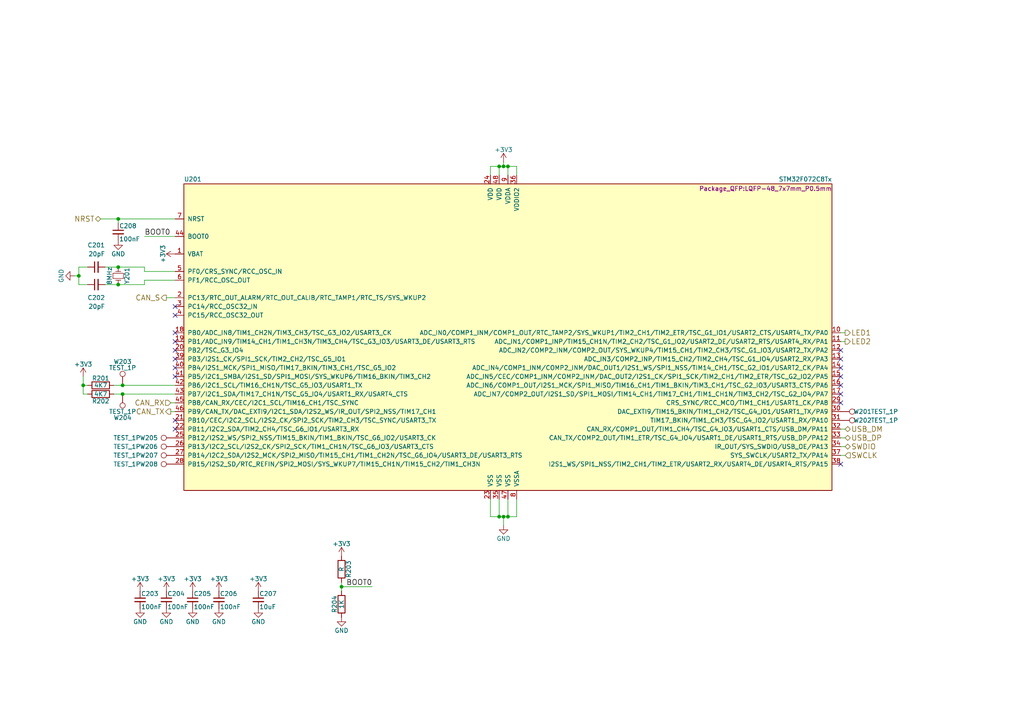
<source format=kicad_sch>
(kicad_sch (version 20250114) (generator "eeschema") (generator_version "9.0")
  (paper "A4")
  (lib_symbols
    (symbol "+3.3V_1" (power) (pin_names (offset 0))
      (property "Value" "+3.3V" (at 0 3.556 0))
      (symbol "+3.3V_1_1_1"
        (pin power_in line (at 0 0 90) (length 0) (hide yes) (name "+3V3") (number "1"))
      )
    )
    (symbol "+3.3V_10" (power) (pin_names (offset 0))
      (property "Value" "+3.3V" (at 0 3.556 0))
      (symbol "+3.3V_10_1_1"
        (pin power_in line (at 0 0 90) (length 0) (hide yes) (name "+3V3") (number "1"))
      )
    )
    (symbol "+3.3V_11" (power) (pin_names (offset 0))
      (property "Value" "+3.3V" (at 0 3.556 0))
      (symbol "+3.3V_11_1_1"
        (pin power_in line (at 0 0 90) (length 0) (hide yes) (name "+3V3") (number "1"))
      )
    )
    (symbol "+3.3V_12" (power) (pin_names (offset 0))
      (property "Value" "+3.3V" (at 0 3.556 0))
      (symbol "+3.3V_12_1_1"
        (pin power_in line (at 0 0 90) (length 0) (hide yes) (name "+3V3") (number "1"))
      )
    )
    (symbol "+3.3V_13" (power) (pin_names (offset 0))
      (property "Value" "+3.3V" (at 0 3.556 0))
      (symbol "+3.3V_13_1_1"
        (pin power_in line (at 0 0 90) (length 0) (hide yes) (name "+3V3") (number "1"))
      )
    )
    (symbol "+3.3V_14" (power) (pin_names (offset 0))
      (property "Value" "+3.3V" (at 0 3.556 0))
      (symbol "+3.3V_14_1_1"
        (pin power_in line (at 0 0 90) (length 0) (hide yes) (name "+3V3") (number "1"))
      )
    )
    (symbol "+3.3V_15" (power) (pin_names (offset 0))
      (property "Value" "+3.3V" (at 0 3.556 0))
      (symbol "+3.3V_15_1_1"
        (pin power_in line (at 0 0 90) (length 0) (hide yes) (name "+3V3") (number "1"))
      )
    )
    (symbol "+3.3V_16" (power) (pin_names (offset 0))
      (property "Value" "+3.3V" (at 0 3.556 0))
      (symbol "+3.3V_16_1_1"
        (pin power_in line (at 0 0 90) (length 0) (hide yes) (name "+3V3") (number "1"))
      )
    )
    (symbol "+3.3V_2" (power) (pin_names (offset 0))
      (property "Value" "+3.3V" (at 0 3.556 0))
      (symbol "+3.3V_2_1_1"
        (pin power_in line (at 0 0 90) (length 0) (hide yes) (name "+3V3") (number "1"))
      )
    )
    (symbol "+3.3V_3" (power) (pin_names (offset 0))
      (property "Value" "+3.3V" (at 0 3.556 0))
      (symbol "+3.3V_3_1_1"
        (pin power_in line (at 0 0 90) (length 0) (hide yes) (name "+3V3") (number "1"))
      )
    )
    (symbol "+3.3V_4" (power) (pin_names (offset 0))
      (property "Value" "+3.3V" (at 0 3.556 0))
      (symbol "+3.3V_4_1_1"
        (pin power_in line (at 0 0 90) (length 0) (hide yes) (name "+3V3") (number "1"))
      )
    )
    (symbol "+3.3V_5" (power) (pin_names (offset 0))
      (property "Value" "+3.3V" (at 0 3.556 0))
      (symbol "+3.3V_5_1_1"
        (pin power_in line (at 0 0 90) (length 0) (hide yes) (name "+3V3") (number "1"))
      )
    )
    (symbol "+3.3V_6" (power) (pin_names (offset 0))
      (property "Value" "+3.3V" (at 0 3.556 0))
      (symbol "+3.3V_6_1_1"
        (pin power_in line (at 0 0 90) (length 0) (hide yes) (name "+3V3") (number "1"))
      )
    )
    (symbol "+3.3V_7" (power) (pin_names (offset 0))
      (property "Value" "+3.3V" (at 0 3.556 0))
      (symbol "+3.3V_7_1_1"
        (pin power_in line (at 0 0 90) (length 0) (hide yes) (name "+3V3") (number "1"))
      )
    )
    (symbol "+3.3V_8" (power) (pin_names (offset 0))
      (property "Value" "+3.3V" (at 0 3.556 0))
      (symbol "+3.3V_8_1_1"
        (pin power_in line (at 0 0 90) (length 0) (hide yes) (name "+3V3") (number "1"))
      )
    )
    (symbol "+3.3V_9" (power) (pin_names (offset 0))
      (property "Value" "+3.3V" (at 0 3.556 0))
      (symbol "+3.3V_9_1_1"
        (pin power_in line (at 0 0 90) (length 0) (hide yes) (name "+3V3") (number "1"))
      )
    )
    (symbol "+3V3_1" (power) (pin_names (offset 0))
      (property "Value" "+3V3" (at 0 3.556 0))
      (symbol "+3V3_1_1_1"
        (pin power_in line (at 0 0 90) (length 0) (hide yes) (name "+3V3") (number "1"))
      )
    )
    (symbol "+3V3_2" (power) (pin_names (offset 0))
      (property "Value" "+3V3" (at 0 3.556 0))
      (symbol "+3V3_2_1_1"
        (pin power_in line (at 0 0 90) (length 0) (hide yes) (name "+3V3") (number "1"))
      )
    )
    (symbol "C_Small_1" (pin_numbers (hide yes)) (pin_names (offset 0.254) (hide yes))
      (property "Reference" "C" (at 0.254 1.778 0))
      (property "Value" "C_Small" (at 0.254 -2.032 0))
      (symbol "C_Small_1_1_1"
        (pin passive line (at 0 2.54 270) (length 1.905) (name "~") (number "1"))
        (pin passive line (at 0 -2.54 90) (length 2.032) (name "~") (number "2"))
      )
    )
    (symbol "C_Small_10" (pin_numbers (hide yes)) (pin_names (offset 0.254) (hide yes))
      (property "Reference" "C" (at 0.254 1.778 0))
      (property "Value" "C_Small" (at 0.254 -2.032 0))
      (symbol "C_Small_10_1_1"
        (pin passive line (at 0 2.54 270) (length 1.905) (name "~") (number "1"))
        (pin passive line (at 0 -2.54 90) (length 2.032) (name "~") (number "2"))
      )
    )
    (symbol "C_Small_11" (pin_numbers (hide yes)) (pin_names (offset 0.254) (hide yes))
      (property "Reference" "C" (at 0.254 1.778 0))
      (property "Value" "C_Small" (at 0.254 -2.032 0))
      (symbol "C_Small_11_1_1"
        (pin passive line (at 0 2.54 270) (length 1.905) (name "~") (number "1"))
        (pin passive line (at 0 -2.54 90) (length 2.032) (name "~") (number "2"))
      )
    )
    (symbol "C_Small_12" (pin_numbers (hide yes)) (pin_names (offset 0.254) (hide yes))
      (property "Reference" "C" (at 0.254 1.778 0))
      (property "Value" "C_Small" (at 0.254 -2.032 0))
      (symbol "C_Small_12_1_1"
        (pin passive line (at 0 2.54 270) (length 1.905) (name "~") (number "1"))
        (pin passive line (at 0 -2.54 90) (length 2.032) (name "~") (number "2"))
      )
    )
    (symbol "C_Small_13" (pin_numbers (hide yes)) (pin_names (offset 0.254) (hide yes))
      (property "Reference" "C" (at 0.254 1.778 0))
      (property "Value" "C_Small" (at 0.254 -2.032 0))
      (symbol "C_Small_13_1_1"
        (pin passive line (at 0 2.54 270) (length 1.905) (name "~") (number "1"))
        (pin passive line (at 0 -2.54 90) (length 2.032) (name "~") (number "2"))
      )
    )
    (symbol "C_Small_14" (pin_numbers (hide yes)) (pin_names (offset 0.254) (hide yes))
      (property "Reference" "C" (at 0.254 1.778 0))
      (property "Value" "C_Small" (at 0.254 -2.032 0))
      (symbol "C_Small_14_1_1"
        (pin passive line (at 0 2.54 270) (length 1.905) (name "~") (number "1"))
        (pin passive line (at 0 -2.54 90) (length 2.032) (name "~") (number "2"))
      )
    )
    (symbol "C_Small_15" (pin_numbers (hide yes)) (pin_names (offset 0.254) (hide yes))
      (property "Reference" "C" (at 0.254 1.778 0))
      (property "Value" "C_Small" (at 0.254 -2.032 0))
      (symbol "C_Small_15_1_1"
        (pin passive line (at 0 2.54 270) (length 1.905) (name "~") (number "1"))
        (pin passive line (at 0 -2.54 90) (length 2.032) (name "~") (number "2"))
      )
    )
    (symbol "C_Small_16" (pin_numbers (hide yes)) (pin_names (offset 0.254) (hide yes))
      (property "Reference" "C" (at 0.254 1.778 0))
      (property "Value" "C_Small" (at 0.254 -2.032 0))
      (symbol "C_Small_16_1_1"
        (pin passive line (at 0 2.54 270) (length 1.905) (name "~") (number "1"))
        (pin passive line (at 0 -2.54 90) (length 2.032) (name "~") (number "2"))
      )
    )
    (symbol "C_Small_2" (pin_numbers (hide yes)) (pin_names (offset 0.254) (hide yes))
      (property "Reference" "C" (at 0.254 1.778 0))
      (property "Value" "C_Small" (at 0.254 -2.032 0))
      (symbol "C_Small_2_1_1"
        (pin passive line (at 0 2.54 270) (length 1.905) (name "~") (number "1"))
        (pin passive line (at 0 -2.54 90) (length 2.032) (name "~") (number "2"))
      )
    )
    (symbol "C_Small_3" (pin_numbers (hide yes)) (pin_names (offset 0.254) (hide yes))
      (property "Reference" "C" (at 0.254 1.778 0))
      (property "Value" "C_Small" (at 0.254 -2.032 0))
      (symbol "C_Small_3_1_1"
        (pin passive line (at 0 2.54 270) (length 1.905) (name "~") (number "1"))
        (pin passive line (at 0 -2.54 90) (length 2.032) (name "~") (number "2"))
      )
    )
    (symbol "C_Small_4" (pin_numbers (hide yes)) (pin_names (offset 0.254) (hide yes))
      (property "Reference" "C" (at 0.254 1.778 0))
      (property "Value" "C_Small" (at 0.254 -2.032 0))
      (symbol "C_Small_4_1_1"
        (pin passive line (at 0 2.54 270) (length 1.905) (name "~") (number "1"))
        (pin passive line (at 0 -2.54 90) (length 2.032) (name "~") (number "2"))
      )
    )
    (symbol "C_Small_5" (pin_numbers (hide yes)) (pin_names (offset 0.254) (hide yes))
      (property "Reference" "C" (at 0.254 1.778 0))
      (property "Value" "C_Small" (at 0.254 -2.032 0))
      (symbol "C_Small_5_1_1"
        (pin passive line (at 0 2.54 270) (length 1.905) (name "~") (number "1"))
        (pin passive line (at 0 -2.54 90) (length 2.032) (name "~") (number "2"))
      )
    )
    (symbol "C_Small_6" (pin_numbers (hide yes)) (pin_names (offset 0.254) (hide yes))
      (property "Reference" "C" (at 0.254 1.778 0))
      (property "Value" "C_Small" (at 0.254 -2.032 0))
      (symbol "C_Small_6_1_1"
        (pin passive line (at 0 2.54 270) (length 1.905) (name "~") (number "1"))
        (pin passive line (at 0 -2.54 90) (length 2.032) (name "~") (number "2"))
      )
    )
    (symbol "C_Small_7" (pin_numbers (hide yes)) (pin_names (offset 0.254) (hide yes))
      (property "Reference" "C" (at 0.254 1.778 0))
      (property "Value" "C_Small" (at 0.254 -2.032 0))
      (symbol "C_Small_7_1_1"
        (pin passive line (at 0 2.54 270) (length 1.905) (name "~") (number "1"))
        (pin passive line (at 0 -2.54 90) (length 2.032) (name "~") (number "2"))
      )
    )
    (symbol "C_Small_8" (pin_numbers (hide yes)) (pin_names (offset 0.254) (hide yes))
      (property "Reference" "C" (at 0.254 1.778 0))
      (property "Value" "C_Small" (at 0.254 -2.032 0))
      (symbol "C_Small_8_1_1"
        (pin passive line (at 0 2.54 270) (length 1.905) (name "~") (number "1"))
        (pin passive line (at 0 -2.54 90) (length 2.032) (name "~") (number "2"))
      )
    )
    (symbol "C_Small_9" (pin_numbers (hide yes)) (pin_names (offset 0.254) (hide yes))
      (property "Reference" "C" (at 0.254 1.778 0))
      (property "Value" "C_Small" (at 0.254 -2.032 0))
      (symbol "C_Small_9_1_1"
        (pin passive line (at 0 2.54 270) (length 1.905) (name "~") (number "1"))
        (pin passive line (at 0 -2.54 90) (length 2.032) (name "~") (number "2"))
      )
    )
    (symbol "Crystal_Small_1" (pin_numbers (hide yes)) (pin_names (offset 1.016) (hide yes))
      (property "Reference" "Y" (at 0 2.54 0))
      (property "Value" "Crystal_Small" (at 0 -2.54 0))
      (symbol "Crystal_Small_1_1_1"
        (pin passive line (at -2.54 0 0) (length 1.27) (name "1") (number "1"))
        (pin passive line (at 2.54 0 180) (length 1.27) (name "2") (number "2"))
      )
    )
    (symbol "Crystal_Small_2" (pin_numbers (hide yes)) (pin_names (offset 1.016) (hide yes))
      (property "Reference" "Y" (at 0 2.54 0))
      (property "Value" "Crystal_Small" (at 0 -2.54 0))
      (symbol "Crystal_Small_2_1_1"
        (pin passive line (at -2.54 0 0) (length 1.27) (name "1") (number "1"))
        (pin passive line (at 2.54 0 180) (length 1.27) (name "2") (number "2"))
      )
    )
    (symbol "GND_1" (power) (pin_names (offset 0))
      (property "Value" "GND" (at 0 -3.81 0))
      (symbol "GND_1_1_1"
        (pin power_in line (at 0 0 270) (length 0) (hide yes) (name "GND") (number "1"))
      )
    )
    (symbol "GND_10" (power) (pin_names (offset 0))
      (property "Value" "GND" (at 0 -3.81 0))
      (symbol "GND_10_1_1"
        (pin power_in line (at 0 0 270) (length 0) (hide yes) (name "GND") (number "1"))
      )
    )
    (symbol "GND_11" (power) (pin_names (offset 0))
      (property "Value" "GND" (at 0 -3.81 0))
      (symbol "GND_11_1_1"
        (pin power_in line (at 0 0 270) (length 0) (hide yes) (name "GND") (number "1"))
      )
    )
    (symbol "GND_12" (power) (pin_names (offset 0))
      (property "Value" "GND" (at 0 -3.81 0))
      (symbol "GND_12_1_1"
        (pin power_in line (at 0 0 270) (length 0) (hide yes) (name "GND") (number "1"))
      )
    )
    (symbol "GND_13" (power) (pin_names (offset 0))
      (property "Value" "GND" (at 0 -3.81 0))
      (symbol "GND_13_1_1"
        (pin power_in line (at 0 0 270) (length 0) (hide yes) (name "GND") (number "1"))
      )
    )
    (symbol "GND_14" (power) (pin_names (offset 0))
      (property "Value" "GND" (at 0 -3.81 0))
      (symbol "GND_14_1_1"
        (pin power_in line (at 0 0 270) (length 0) (hide yes) (name "GND") (number "1"))
      )
    )
    (symbol "GND_15" (power) (pin_names (offset 0))
      (property "Value" "GND" (at 0 -3.81 0))
      (symbol "GND_15_1_1"
        (pin power_in line (at 0 0 270) (length 0) (hide yes) (name "GND") (number "1"))
      )
    )
    (symbol "GND_16" (power) (pin_names (offset 0))
      (property "Value" "GND" (at 0 -3.81 0))
      (symbol "GND_16_1_1"
        (pin power_in line (at 0 0 270) (length 0) (hide yes) (name "GND") (number "1"))
      )
    )
    (symbol "GND_17" (power) (pin_names (offset 0))
      (property "Value" "GND" (at 0 -3.81 0))
      (symbol "GND_17_1_1"
        (pin power_in line (at 0 0 270) (length 0) (hide yes) (name "GND") (number "1"))
      )
    )
    (symbol "GND_18" (power) (pin_names (offset 0))
      (property "Value" "GND" (at 0 -3.81 0))
      (symbol "GND_18_1_1"
        (pin power_in line (at 0 0 270) (length 0) (hide yes) (name "GND") (number "1"))
      )
    )
    (symbol "GND_2" (power) (pin_names (offset 0))
      (property "Value" "GND" (at 0 -3.81 0))
      (symbol "GND_2_1_1"
        (pin power_in line (at 0 0 270) (length 0) (hide yes) (name "GND") (number "1"))
      )
    )
    (symbol "GND_3" (power) (pin_names (offset 0))
      (property "Value" "GND" (at 0 -3.81 0))
      (symbol "GND_3_1_1"
        (pin power_in line (at 0 0 270) (length 0) (hide yes) (name "GND") (number "1"))
      )
    )
    (symbol "GND_4" (power) (pin_names (offset 0))
      (property "Value" "GND" (at 0 -3.81 0))
      (symbol "GND_4_1_1"
        (pin power_in line (at 0 0 270) (length 0) (hide yes) (name "GND") (number "1"))
      )
    )
    (symbol "GND_5" (power) (pin_names (offset 0))
      (property "Value" "GND" (at 0 -3.81 0))
      (symbol "GND_5_1_1"
        (pin power_in line (at 0 0 270) (length 0) (hide yes) (name "GND") (number "1"))
      )
    )
    (symbol "GND_6" (power) (pin_names (offset 0))
      (property "Value" "GND" (at 0 -3.81 0))
      (symbol "GND_6_1_1"
        (pin power_in line (at 0 0 270) (length 0) (hide yes) (name "GND") (number "1"))
      )
    )
    (symbol "GND_7" (power) (pin_names (offset 0))
      (property "Value" "GND" (at 0 -3.81 0))
      (symbol "GND_7_1_1"
        (pin power_in line (at 0 0 270) (length 0) (hide yes) (name "GND") (number "1"))
      )
    )
    (symbol "GND_8" (power) (pin_names (offset 0))
      (property "Value" "GND" (at 0 -3.81 0))
      (symbol "GND_8_1_1"
        (pin power_in line (at 0 0 270) (length 0) (hide yes) (name "GND") (number "1"))
      )
    )
    (symbol "GND_9" (power) (pin_names (offset 0))
      (property "Value" "GND" (at 0 -3.81 0))
      (symbol "GND_9_1_1"
        (pin power_in line (at 0 0 270) (length 0) (hide yes) (name "GND") (number "1"))
      )
    )
    (symbol "R_1" (pin_numbers (hide yes)) (pin_names (offset 0))
      (property "Reference" "R" (at 2.032 0 90))
      (property "Value" "R" (at 0 0 90))
      (symbol "R_1_1_1"
        (pin passive line (at 0 3.81 270) (length 1.27) (name "~") (number "1"))
        (pin passive line (at 0 -3.81 90) (length 1.27) (name "~") (number "2"))
      )
    )
    (symbol "R_2" (pin_numbers (hide yes)) (pin_names (offset 0))
      (property "Reference" "R" (at 2.032 0 90))
      (property "Value" "R" (at 0 0 90))
      (symbol "R_2_1_1"
        (pin passive line (at 0 3.81 270) (length 1.27) (name "~") (number "1"))
        (pin passive line (at 0 -3.81 90) (length 1.27) (name "~") (number "2"))
      )
    )
    (symbol "R_3" (pin_numbers (hide yes)) (pin_names (offset 0))
      (property "Reference" "R" (at 2.032 0 90))
      (property "Value" "R" (at 0 0 90))
      (symbol "R_3_1_1"
        (pin passive line (at 0 3.81 270) (length 1.27) (name "~") (number "1"))
        (pin passive line (at 0 -3.81 90) (length 1.27) (name "~") (number "2"))
      )
    )
    (symbol "R_4" (pin_numbers (hide yes)) (pin_names (offset 0))
      (property "Reference" "R" (at 2.032 0 90))
      (property "Value" "R" (at 0 0 90))
      (symbol "R_4_1_1"
        (pin passive line (at 0 3.81 270) (length 1.27) (name "~") (number "1"))
        (pin passive line (at 0 -3.81 90) (length 1.27) (name "~") (number "2"))
      )
    )
    (symbol "R_5" (pin_numbers (hide yes)) (pin_names (offset 0))
      (property "Reference" "R" (at 2.032 0 90))
      (property "Value" "R" (at 0 0 90))
      (symbol "R_5_1_1"
        (pin passive line (at 0 3.81 270) (length 1.27) (name "~") (number "1"))
        (pin passive line (at 0 -3.81 90) (length 1.27) (name "~") (number "2"))
      )
    )
    (symbol "R_6" (pin_numbers (hide yes)) (pin_names (offset 0))
      (property "Reference" "R" (at 2.032 0 90))
      (property "Value" "R" (at 0 0 90))
      (symbol "R_6_1_1"
        (pin passive line (at 0 3.81 270) (length 1.27) (name "~") (number "1"))
        (pin passive line (at 0 -3.81 90) (length 1.27) (name "~") (number "2"))
      )
    )
    (symbol "R_7" (pin_numbers (hide yes)) (pin_names (offset 0))
      (property "Reference" "R" (at 2.032 0 90))
      (property "Value" "R" (at 0 0 90))
      (symbol "R_7_1_1"
        (pin passive line (at 0 3.81 270) (length 1.27) (name "~") (number "1"))
        (pin passive line (at 0 -3.81 90) (length 1.27) (name "~") (number "2"))
      )
    )
    (symbol "R_8" (pin_numbers (hide yes)) (pin_names (offset 0))
      (property "Reference" "R" (at 2.032 0 90))
      (property "Value" "R" (at 0 0 90))
      (symbol "R_8_1_1"
        (pin passive line (at 0 3.81 270) (length 1.27) (name "~") (number "1"))
        (pin passive line (at 0 -3.81 90) (length 1.27) (name "~") (number "2"))
      )
    )
    (symbol "STM32F072C8Tx_1" (pin_names (offset 1.016))
      (property "Reference" "U" (at -93.98 46.355 0))
      (property "Value" "STM32F072C8Tx" (at 93.98 46.355 0))
      (property "Footprint" "LQFP48" (at 93.98 45.085 0))
      (symbol "STM32F072C8Tx_1_1_1"
        (pin input line (at -96.52 35.56 0) (length 2.54) (name "NRST") (number "7"))
        (pin input line (at -96.52 30.48 0) (length 2.54) (name "BOOT0") (number "44"))
        (pin power_in line (at -96.52 25.4 0) (length 2.54) (name "VBAT") (number "1"))
        (pin input line (at -96.52 20.32 0) (length 2.54) (name "PF0/CRS_SYNC/RCC_OSC_IN") (number "5"))
        (pin input line (at -96.52 17.78 0) (length 2.54) (name "PF1/RCC_OSC_OUT") (number "6"))
        (pin bidirectional line (at -96.52 12.7 0) (length 2.54) (name "PC13/RTC_OUT_ALARM/RTC_OUT_CALIB/RTC_TAMP1/RTC_TS/SYS_WKUP2") (number "2"))
        (pin bidirectional line (at -96.52 10.16 0) (length 2.54) (name "PC14/RCC_OSC32_IN") (number "3"))
        (pin bidirectional line (at -96.52 7.62 0) (length 2.54) (name "PC15/RCC_OSC32_OUT") (number "4"))
        (pin bidirectional line (at -96.52 2.54 0) (length 2.54) (name "PB0/ADC_IN8/TIM1_CH2N/TIM3_CH3/TSC_G3_IO2/USART3_CK") (number "18"))
        (pin bidirectional line (at -96.52 0 0) (length 2.54) (name "PB1/ADC_IN9/TIM14_CH1/TIM1_CH3N/TIM3_CH4/TSC_G3_IO3/USART3_DE/USART3_RTS") (number "19"))
        (pin bidirectional line (at -96.52 -2.54 0) (length 2.54) (name "PB2/TSC_G3_IO4") (number "20"))
        (pin bidirectional line (at -96.52 -5.08 0) (length 2.54) (name "PB3/I2S1_CK/SPI1_SCK/TIM2_CH2/TSC_G5_IO1") (number "39"))
        (pin bidirectional line (at -96.52 -7.62 0) (length 2.54) (name "PB4/I2S1_MCK/SPI1_MISO/TIM17_BKIN/TIM3_CH1/TSC_G5_IO2") (number "40"))
        (pin bidirectional line (at -96.52 -10.16 0) (length 2.54) (name "PB5/I2C1_SMBA/I2S1_SD/SPI1_MOSI/SYS_WKUP6/TIM16_BKIN/TIM3_CH2") (number "41"))
        (pin bidirectional line (at -96.52 -12.7 0) (length 2.54) (name "PB6/I2C1_SCL/TIM16_CH1N/TSC_G5_IO3/USART1_TX") (number "42"))
        (pin bidirectional line (at -96.52 -15.24 0) (length 2.54) (name "PB7/I2C1_SDA/TIM17_CH1N/TSC_G5_IO4/USART1_RX/USART4_CTS") (number "43"))
        (pin bidirectional line (at -96.52 -17.78 0) (length 2.54) (name "PB8/CAN_RX/CEC/I2C1_SCL/TIM16_CH1/TSC_SYNC") (number "45"))
        (pin bidirectional line (at -96.52 -20.32 0) (length 2.54) (name "PB9/CAN_TX/DAC_EXTI9/I2C1_SDA/I2S2_WS/IR_OUT/SPI2_NSS/TIM17_CH1") (number "46"))
        (pin bidirectional line (at -96.52 -22.86 0) (length 2.54) (name "PB10/CEC/I2C2_SCL/I2S2_CK/SPI2_SCK/TIM2_CH3/TSC_SYNC/USART3_TX") (number "21"))
        (pin bidirectional line (at -96.52 -25.4 0) (length 2.54) (name "PB11/I2C2_SDA/TIM2_CH4/TSC_G6_IO1/USART3_RX") (number "22"))
        (pin bidirectional line (at -96.52 -27.94 0) (length 2.54) (name "PB12/I2S2_WS/SPI2_NSS/TIM15_BKIN/TIM1_BKIN/TSC_G6_IO2/USART3_CK") (number "25"))
        (pin bidirectional line (at -96.52 -30.48 0) (length 2.54) (name "PB13/I2C2_SCL/I2S2_CK/SPI2_SCK/TIM1_CH1N/TSC_G6_IO3/USART3_CTS") (number "26"))
        (pin bidirectional line (at -96.52 -33.02 0) (length 2.54) (name "PB14/I2C2_SDA/I2S2_MCK/SPI2_MISO/TIM15_CH1/TIM1_CH2N/TSC_G6_IO4/USART3_DE/USART3_RTS") (number "27"))
        (pin bidirectional line (at -96.52 -35.56 0) (length 2.54) (name "PB15/I2S2_SD/RTC_REFIN/SPI2_MOSI/SYS_WKUP7/TIM15_CH1N/TIM15_CH2/TIM1_CH3N") (number "28"))
        (pin power_in line (at -5.08 48.26 270) (length 2.54) (name "VDD") (number "24"))
        (pin power_in line (at -5.08 -45.72 90) (length 2.54) (name "VSS") (number "23"))
        (pin power_in line (at -2.54 48.26 270) (length 2.54) (name "VDD") (number "48"))
        (pin power_in line (at -2.54 -45.72 90) (length 2.54) (name "VSS") (number "35"))
        (pin power_in line (at 0 48.26 270) (length 2.54) (name "VDDA") (number "9"))
        (pin power_in line (at 0 -45.72 90) (length 2.54) (name "VSS") (number "47"))
        (pin power_in line (at 2.54 48.26 270) (length 2.54) (name "VDDIO2") (number "36"))
        (pin power_in line (at 2.54 -45.72 90) (length 2.54) (name "VSSA") (number "8"))
        (pin bidirectional line (at 96.52 2.54 180) (length 2.54) (name "ADC_IN0/COMP1_INM/COMP1_OUT/RTC_TAMP2/SYS_WKUP1/TIM2_CH1/TIM2_ETR/TSC_G1_IO1/USART2_CTS/USART4_TX/PA0") (number "10"))
        (pin bidirectional line (at 96.52 0 180) (length 2.54) (name "ADC_IN1/COMP1_INP/TIM15_CH1N/TIM2_CH2/TSC_G1_IO2/USART2_DE/USART2_RTS/USART4_RX/PA1") (number "11"))
        (pin bidirectional line (at 96.52 -2.54 180) (length 2.54) (name "ADC_IN2/COMP2_INM/COMP2_OUT/SYS_WKUP4/TIM15_CH1/TIM2_CH3/TSC_G1_IO3/USART2_TX/PA2") (number "12"))
        (pin bidirectional line (at 96.52 -5.08 180) (length 2.54) (name "ADC_IN3/COMP2_INP/TIM15_CH2/TIM2_CH4/TSC_G1_IO4/USART2_RX/PA3") (number "13"))
        (pin bidirectional line (at 96.52 -7.62 180) (length 2.54) (name "ADC_IN4/COMP1_INM/COMP2_INM/DAC_OUT1/I2S1_WS/SPI1_NSS/TIM14_CH1/TSC_G2_IO1/USART2_CK/PA4") (number "14"))
        (pin bidirectional line (at 96.52 -10.16 180) (length 2.54) (name "ADC_IN5/CEC/COMP1_INM/COMP2_INM/DAC_OUT2/I2S1_CK/SPI1_SCK/TIM2_CH1/TIM2_ETR/TSC_G2_IO2/PA5") (number "15"))
        (pin bidirectional line (at 96.52 -12.7 180) (length 2.54) (name "ADC_IN6/COMP1_OUT/I2S1_MCK/SPI1_MISO/TIM16_CH1/TIM1_BKIN/TIM3_CH1/TSC_G2_IO3/USART3_CTS/PA6") (number "16"))
        (pin bidirectional line (at 96.52 -15.24 180) (length 2.54) (name "ADC_IN7/COMP2_OUT/I2S1_SD/SPI1_MOSI/TIM14_CH1/TIM17_CH1/TIM1_CH1N/TIM3_CH2/TSC_G2_IO4/PA7") (number "17"))
        (pin bidirectional line (at 96.52 -17.78 180) (length 2.54) (name "CRS_SYNC/RCC_MCO/TIM1_CH1/USART1_CK/PA8") (number "29"))
        (pin bidirectional line (at 96.52 -20.32 180) (length 2.54) (name "DAC_EXTI9/TIM15_BKIN/TIM1_CH2/TSC_G4_IO1/USART1_TX/PA9") (number "30"))
        (pin bidirectional line (at 96.52 -22.86 180) (length 2.54) (name "TIM17_BKIN/TIM1_CH3/TSC_G4_IO2/USART1_RX/PA10") (number "31"))
        (pin bidirectional line (at 96.52 -25.4 180) (length 2.54) (name "CAN_RX/COMP1_OUT/TIM1_CH4/TSC_G4_IO3/USART1_CTS/USB_DM/PA11") (number "32"))
        (pin bidirectional line (at 96.52 -27.94 180) (length 2.54) (name "CAN_TX/COMP2_OUT/TIM1_ETR/TSC_G4_IO4/USART1_DE/USART1_RTS/USB_DP/PA12") (number "33"))
        (pin bidirectional line (at 96.52 -30.48 180) (length 2.54) (name "IR_OUT/SYS_SWDIO/USB_OE/PA13") (number "34"))
        (pin bidirectional line (at 96.52 -33.02 180) (length 2.54) (name "SYS_SWCLK/USART2_TX/PA14") (number "37"))
        (pin bidirectional line (at 96.52 -35.56 180) (length 2.54) (name "I2S1_WS/SPI1_NSS/TIM2_CH1/TIM2_ETR/USART2_RX/USART4_DE/USART4_RTS/PA15") (number "38"))
      )
    )
    (symbol "STM32F072C8Tx_2" (pin_names (offset 1.016))
      (property "Reference" "U" (at -93.98 46.355 0))
      (property "Value" "STM32F072C8Tx" (at 93.98 46.355 0))
      (property "Footprint" "LQFP48" (at 93.98 45.085 0))
      (symbol "STM32F072C8Tx_2_1_1"
        (pin input line (at -96.52 35.56 0) (length 2.54) (name "NRST") (number "7"))
        (pin input line (at -96.52 30.48 0) (length 2.54) (name "BOOT0") (number "44"))
        (pin power_in line (at -96.52 25.4 0) (length 2.54) (name "VBAT") (number "1"))
        (pin input line (at -96.52 20.32 0) (length 2.54) (name "PF0/CRS_SYNC/RCC_OSC_IN") (number "5"))
        (pin input line (at -96.52 17.78 0) (length 2.54) (name "PF1/RCC_OSC_OUT") (number "6"))
        (pin bidirectional line (at -96.52 12.7 0) (length 2.54) (name "PC13/RTC_OUT_ALARM/RTC_OUT_CALIB/RTC_TAMP1/RTC_TS/SYS_WKUP2") (number "2"))
        (pin bidirectional line (at -96.52 10.16 0) (length 2.54) (name "PC14/RCC_OSC32_IN") (number "3"))
        (pin bidirectional line (at -96.52 7.62 0) (length 2.54) (name "PC15/RCC_OSC32_OUT") (number "4"))
        (pin bidirectional line (at -96.52 2.54 0) (length 2.54) (name "PB0/ADC_IN8/TIM1_CH2N/TIM3_CH3/TSC_G3_IO2/USART3_CK") (number "18"))
        (pin bidirectional line (at -96.52 0 0) (length 2.54) (name "PB1/ADC_IN9/TIM14_CH1/TIM1_CH3N/TIM3_CH4/TSC_G3_IO3/USART3_DE/USART3_RTS") (number "19"))
        (pin bidirectional line (at -96.52 -2.54 0) (length 2.54) (name "PB2/TSC_G3_IO4") (number "20"))
        (pin bidirectional line (at -96.52 -5.08 0) (length 2.54) (name "PB3/I2S1_CK/SPI1_SCK/TIM2_CH2/TSC_G5_IO1") (number "39"))
        (pin bidirectional line (at -96.52 -7.62 0) (length 2.54) (name "PB4/I2S1_MCK/SPI1_MISO/TIM17_BKIN/TIM3_CH1/TSC_G5_IO2") (number "40"))
        (pin bidirectional line (at -96.52 -10.16 0) (length 2.54) (name "PB5/I2C1_SMBA/I2S1_SD/SPI1_MOSI/SYS_WKUP6/TIM16_BKIN/TIM3_CH2") (number "41"))
        (pin bidirectional line (at -96.52 -12.7 0) (length 2.54) (name "PB6/I2C1_SCL/TIM16_CH1N/TSC_G5_IO3/USART1_TX") (number "42"))
        (pin bidirectional line (at -96.52 -15.24 0) (length 2.54) (name "PB7/I2C1_SDA/TIM17_CH1N/TSC_G5_IO4/USART1_RX/USART4_CTS") (number "43"))
        (pin bidirectional line (at -96.52 -17.78 0) (length 2.54) (name "PB8/CAN_RX/CEC/I2C1_SCL/TIM16_CH1/TSC_SYNC") (number "45"))
        (pin bidirectional line (at -96.52 -20.32 0) (length 2.54) (name "PB9/CAN_TX/DAC_EXTI9/I2C1_SDA/I2S2_WS/IR_OUT/SPI2_NSS/TIM17_CH1") (number "46"))
        (pin bidirectional line (at -96.52 -22.86 0) (length 2.54) (name "PB10/CEC/I2C2_SCL/I2S2_CK/SPI2_SCK/TIM2_CH3/TSC_SYNC/USART3_TX") (number "21"))
        (pin bidirectional line (at -96.52 -25.4 0) (length 2.54) (name "PB11/I2C2_SDA/TIM2_CH4/TSC_G6_IO1/USART3_RX") (number "22"))
        (pin bidirectional line (at -96.52 -27.94 0) (length 2.54) (name "PB12/I2S2_WS/SPI2_NSS/TIM15_BKIN/TIM1_BKIN/TSC_G6_IO2/USART3_CK") (number "25"))
        (pin bidirectional line (at -96.52 -30.48 0) (length 2.54) (name "PB13/I2C2_SCL/I2S2_CK/SPI2_SCK/TIM1_CH1N/TSC_G6_IO3/USART3_CTS") (number "26"))
        (pin bidirectional line (at -96.52 -33.02 0) (length 2.54) (name "PB14/I2C2_SDA/I2S2_MCK/SPI2_MISO/TIM15_CH1/TIM1_CH2N/TSC_G6_IO4/USART3_DE/USART3_RTS") (number "27"))
        (pin bidirectional line (at -96.52 -35.56 0) (length 2.54) (name "PB15/I2S2_SD/RTC_REFIN/SPI2_MOSI/SYS_WKUP7/TIM15_CH1N/TIM15_CH2/TIM1_CH3N") (number "28"))
        (pin power_in line (at -5.08 48.26 270) (length 2.54) (name "VDD") (number "24"))
        (pin power_in line (at -5.08 -45.72 90) (length 2.54) (name "VSS") (number "23"))
        (pin power_in line (at -2.54 48.26 270) (length 2.54) (name "VDD") (number "48"))
        (pin power_in line (at -2.54 -45.72 90) (length 2.54) (name "VSS") (number "35"))
        (pin power_in line (at 0 48.26 270) (length 2.54) (name "VDDA") (number "9"))
        (pin power_in line (at 0 -45.72 90) (length 2.54) (name "VSS") (number "47"))
        (pin power_in line (at 2.54 48.26 270) (length 2.54) (name "VDDIO2") (number "36"))
        (pin power_in line (at 2.54 -45.72 90) (length 2.54) (name "VSSA") (number "8"))
        (pin bidirectional line (at 96.52 2.54 180) (length 2.54) (name "ADC_IN0/COMP1_INM/COMP1_OUT/RTC_TAMP2/SYS_WKUP1/TIM2_CH1/TIM2_ETR/TSC_G1_IO1/USART2_CTS/USART4_TX/PA0") (number "10"))
        (pin bidirectional line (at 96.52 0 180) (length 2.54) (name "ADC_IN1/COMP1_INP/TIM15_CH1N/TIM2_CH2/TSC_G1_IO2/USART2_DE/USART2_RTS/USART4_RX/PA1") (number "11"))
        (pin bidirectional line (at 96.52 -2.54 180) (length 2.54) (name "ADC_IN2/COMP2_INM/COMP2_OUT/SYS_WKUP4/TIM15_CH1/TIM2_CH3/TSC_G1_IO3/USART2_TX/PA2") (number "12"))
        (pin bidirectional line (at 96.52 -5.08 180) (length 2.54) (name "ADC_IN3/COMP2_INP/TIM15_CH2/TIM2_CH4/TSC_G1_IO4/USART2_RX/PA3") (number "13"))
        (pin bidirectional line (at 96.52 -7.62 180) (length 2.54) (name "ADC_IN4/COMP1_INM/COMP2_INM/DAC_OUT1/I2S1_WS/SPI1_NSS/TIM14_CH1/TSC_G2_IO1/USART2_CK/PA4") (number "14"))
        (pin bidirectional line (at 96.52 -10.16 180) (length 2.54) (name "ADC_IN5/CEC/COMP1_INM/COMP2_INM/DAC_OUT2/I2S1_CK/SPI1_SCK/TIM2_CH1/TIM2_ETR/TSC_G2_IO2/PA5") (number "15"))
        (pin bidirectional line (at 96.52 -12.7 180) (length 2.54) (name "ADC_IN6/COMP1_OUT/I2S1_MCK/SPI1_MISO/TIM16_CH1/TIM1_BKIN/TIM3_CH1/TSC_G2_IO3/USART3_CTS/PA6") (number "16"))
        (pin bidirectional line (at 96.52 -15.24 180) (length 2.54) (name "ADC_IN7/COMP2_OUT/I2S1_SD/SPI1_MOSI/TIM14_CH1/TIM17_CH1/TIM1_CH1N/TIM3_CH2/TSC_G2_IO4/PA7") (number "17"))
        (pin bidirectional line (at 96.52 -17.78 180) (length 2.54) (name "CRS_SYNC/RCC_MCO/TIM1_CH1/USART1_CK/PA8") (number "29"))
        (pin bidirectional line (at 96.52 -20.32 180) (length 2.54) (name "DAC_EXTI9/TIM15_BKIN/TIM1_CH2/TSC_G4_IO1/USART1_TX/PA9") (number "30"))
        (pin bidirectional line (at 96.52 -22.86 180) (length 2.54) (name "TIM17_BKIN/TIM1_CH3/TSC_G4_IO2/USART1_RX/PA10") (number "31"))
        (pin bidirectional line (at 96.52 -25.4 180) (length 2.54) (name "CAN_RX/COMP1_OUT/TIM1_CH4/TSC_G4_IO3/USART1_CTS/USB_DM/PA11") (number "32"))
        (pin bidirectional line (at 96.52 -27.94 180) (length 2.54) (name "CAN_TX/COMP2_OUT/TIM1_ETR/TSC_G4_IO4/USART1_DE/USART1_RTS/USB_DP/PA12") (number "33"))
        (pin bidirectional line (at 96.52 -30.48 180) (length 2.54) (name "IR_OUT/SYS_SWDIO/USB_OE/PA13") (number "34"))
        (pin bidirectional line (at 96.52 -33.02 180) (length 2.54) (name "SYS_SWCLK/USART2_TX/PA14") (number "37"))
        (pin bidirectional line (at 96.52 -35.56 180) (length 2.54) (name "I2S1_WS/SPI1_NSS/TIM2_CH1/TIM2_ETR/USART2_RX/USART4_DE/USART4_RTS/PA15") (number "38"))
      )
    )
    (symbol "TEST_1P_1" (pin_numbers (hide yes)) (pin_names (offset 0.762) (hide yes))
      (property "Reference" "W" (at 0 6.858 0))
      (property "Value" "TEST_1P" (at 0 5.08 0))
      (symbol "TEST_1P_1_1_1"
        (pin passive line (at 0 0 90) (length 2.54) (name "1") (number "1"))
      )
    )
    (symbol "TEST_1P_10" (pin_numbers (hide yes)) (pin_names (offset 0.762) (hide yes))
      (property "Reference" "W" (at 0 6.858 0))
      (property "Value" "TEST_1P" (at 0 5.08 0))
      (symbol "TEST_1P_10_1_1"
        (pin passive line (at 0 0 90) (length 2.54) (name "1") (number "1"))
      )
    )
    (symbol "TEST_1P_11" (pin_numbers (hide yes)) (pin_names (offset 0.762) (hide yes))
      (property "Reference" "W" (at 0 6.858 0))
      (property "Value" "TEST_1P" (at 0 5.08 0))
      (symbol "TEST_1P_11_1_1"
        (pin passive line (at 0 0 90) (length 2.54) (name "1") (number "1"))
      )
    )
    (symbol "TEST_1P_12" (pin_numbers (hide yes)) (pin_names (offset 0.762) (hide yes))
      (property "Reference" "W" (at 0 6.858 0))
      (property "Value" "TEST_1P" (at 0 5.08 0))
      (symbol "TEST_1P_12_1_1"
        (pin passive line (at 0 0 90) (length 2.54) (name "1") (number "1"))
      )
    )
    (symbol "TEST_1P_13" (pin_numbers (hide yes)) (pin_names (offset 0.762) (hide yes))
      (property "Reference" "W" (at 0 6.858 0))
      (property "Value" "TEST_1P" (at 0 5.08 0))
      (symbol "TEST_1P_13_1_1"
        (pin passive line (at 0 0 90) (length 2.54) (name "1") (number "1"))
      )
    )
    (symbol "TEST_1P_14" (pin_numbers (hide yes)) (pin_names (offset 0.762) (hide yes))
      (property "Reference" "W" (at 0 6.858 0))
      (property "Value" "TEST_1P" (at 0 5.08 0))
      (symbol "TEST_1P_14_1_1"
        (pin passive line (at 0 0 90) (length 2.54) (name "1") (number "1"))
      )
    )
    (symbol "TEST_1P_15" (pin_numbers (hide yes)) (pin_names (offset 0.762) (hide yes))
      (property "Reference" "W" (at 0 6.858 0))
      (property "Value" "TEST_1P" (at 0 5.08 0))
      (symbol "TEST_1P_15_1_1"
        (pin passive line (at 0 0 90) (length 2.54) (name "1") (number "1"))
      )
    )
    (symbol "TEST_1P_16" (pin_numbers (hide yes)) (pin_names (offset 0.762) (hide yes))
      (property "Reference" "W" (at 0 6.858 0))
      (property "Value" "TEST_1P" (at 0 5.08 0))
      (symbol "TEST_1P_16_1_1"
        (pin passive line (at 0 0 90) (length 2.54) (name "1") (number "1"))
      )
    )
    (symbol "TEST_1P_2" (pin_numbers (hide yes)) (pin_names (offset 0.762) (hide yes))
      (property "Reference" "W" (at 0 6.858 0))
      (property "Value" "TEST_1P" (at 0 5.08 0))
      (symbol "TEST_1P_2_1_1"
        (pin passive line (at 0 0 90) (length 2.54) (name "1") (number "1"))
      )
    )
    (symbol "TEST_1P_3" (pin_numbers (hide yes)) (pin_names (offset 0.762) (hide yes))
      (property "Reference" "W" (at 0 6.858 0))
      (property "Value" "TEST_1P" (at 0 5.08 0))
      (symbol "TEST_1P_3_1_1"
        (pin passive line (at 0 0 90) (length 2.54) (name "1") (number "1"))
      )
    )
    (symbol "TEST_1P_4" (pin_numbers (hide yes)) (pin_names (offset 0.762) (hide yes))
      (property "Reference" "W" (at 0 6.858 0))
      (property "Value" "TEST_1P" (at 0 5.08 0))
      (symbol "TEST_1P_4_1_1"
        (pin passive line (at 0 0 90) (length 2.54) (name "1") (number "1"))
      )
    )
    (symbol "TEST_1P_5" (pin_numbers (hide yes)) (pin_names (offset 0.762) (hide yes))
      (property "Reference" "W" (at 0 6.858 0))
      (property "Value" "TEST_1P" (at 0 5.08 0))
      (symbol "TEST_1P_5_1_1"
        (pin passive line (at 0 0 90) (length 2.54) (name "1") (number "1"))
      )
    )
    (symbol "TEST_1P_6" (pin_numbers (hide yes)) (pin_names (offset 0.762) (hide yes))
      (property "Reference" "W" (at 0 6.858 0))
      (property "Value" "TEST_1P" (at 0 5.08 0))
      (symbol "TEST_1P_6_1_1"
        (pin passive line (at 0 0 90) (length 2.54) (name "1") (number "1"))
      )
    )
    (symbol "TEST_1P_7" (pin_numbers (hide yes)) (pin_names (offset 0.762) (hide yes))
      (property "Reference" "W" (at 0 6.858 0))
      (property "Value" "TEST_1P" (at 0 5.08 0))
      (symbol "TEST_1P_7_1_1"
        (pin passive line (at 0 0 90) (length 2.54) (name "1") (number "1"))
      )
    )
    (symbol "TEST_1P_8" (pin_numbers (hide yes)) (pin_names (offset 0.762) (hide yes))
      (property "Reference" "W" (at 0 6.858 0))
      (property "Value" "TEST_1P" (at 0 5.08 0))
      (symbol "TEST_1P_8_1_1"
        (pin passive line (at 0 0 90) (length 2.54) (name "1") (number "1"))
      )
    )
    (symbol "TEST_1P_9" (pin_numbers (hide yes)) (pin_names (offset 0.762) (hide yes))
      (property "Reference" "W" (at 0 6.858 0))
      (property "Value" "TEST_1P" (at 0 5.08 0))
      (symbol "TEST_1P_9_1_1"
        (pin passive line (at 0 0 90) (length 2.54) (name "1") (number "1"))
      )
    )
  )
  (junction (at 35.56 114.3))
  (junction (at 22.86 80.01))
  (junction (at 146.05 149.86))
  (junction (at 35.56 111.76))
  (junction (at 34.29 63.5))
  (junction (at 146.05 48.26))
  (junction (at 34.29 82.55))
  (junction (at 147.32 48.26))
  (junction (at 34.29 77.47))
  (junction (at 24.13 111.76))
  (junction (at 147.32 149.86))
  (junction (at 99.06 170.18))
  (junction (at 144.78 48.26))
  (junction (at 144.78 149.86))
  (no_connect (at 50.8 124.46))
  (no_connect (at 50.8 99.06))
  (no_connect (at 243.84 101.6))
  (no_connect (at 243.84 134.62))
  (no_connect (at 50.8 91.44))
  (no_connect (at 243.84 116.84))
  (no_connect (at 243.84 106.68))
  (no_connect (at 50.8 106.68))
  (no_connect (at 50.8 101.6))
  (no_connect (at 243.84 104.14))
  (no_connect (at 50.8 104.14))
  (no_connect (at 50.8 96.52))
  (no_connect (at 50.8 121.92))
  (no_connect (at 243.84 111.76))
  (no_connect (at 50.8 109.22))
  (no_connect (at 243.84 109.22))
  (no_connect (at 50.8 88.9))
  (no_connect (at 243.84 114.3))
  (wire (pts (xy 99.06 170.18) (xy 99.06 171.45)))
  (wire (pts (xy 146.05 48.26) (xy 146.05 46.99)))
  (wire (pts (xy 21.59 80.01) (xy 22.86 80.01)))
  (wire (pts (xy 50.8 119.38) (xy 49.53 119.38)))
  (wire (pts (xy 146.05 149.86) (xy 147.32 149.86)))
  (wire (pts (xy 22.86 80.01) (xy 22.86 82.55)))
  (wire (pts (xy 24.13 111.76) (xy 24.13 114.3)))
  (wire (pts (xy 34.29 82.55) (xy 30.48 82.55)))
  (wire (pts (xy 29.21 63.5) (xy 34.29 63.5)))
  (wire (pts (xy 144.78 149.86) (xy 146.05 149.86)))
  (wire (pts (xy 22.86 77.47) (xy 22.86 80.01)))
  (wire (pts (xy 107.95 170.18) (xy 99.06 170.18)))
  (wire (pts (xy 149.86 48.26) (xy 149.86 50.8)))
  (wire (pts (xy 35.56 114.3) (xy 50.8 114.3)))
  (wire (pts (xy 243.84 96.52) (xy 245.11 96.52)))
  (wire (pts (xy 35.56 111.76) (xy 50.8 111.76)))
  (wire (pts (xy 41.91 77.47) (xy 34.29 77.47)))
  (wire (pts (xy 149.86 149.86) (xy 149.86 144.78)))
  (wire (pts (xy 142.24 144.78) (xy 142.24 149.86)))
  (wire (pts (xy 245.11 124.46) (xy 243.84 124.46)))
  (wire (pts (xy 50.8 116.84) (xy 49.53 116.84)))
  (wire (pts (xy 147.32 149.86) (xy 149.86 149.86)))
  (wire (pts (xy 245.11 127) (xy 243.84 127)))
  (wire (pts (xy 144.78 144.78) (xy 144.78 149.86)))
  (wire (pts (xy 147.32 48.26) (xy 149.86 48.26)))
  (wire (pts (xy 24.13 109.22) (xy 24.13 111.76)))
  (wire (pts (xy 41.91 81.28) (xy 41.91 82.55)))
  (wire (pts (xy 41.91 78.74) (xy 50.8 78.74)))
  (wire (pts (xy 243.84 129.54) (xy 245.11 129.54)))
  (wire (pts (xy 41.91 78.74) (xy 41.91 77.47)))
  (wire (pts (xy 142.24 48.26) (xy 144.78 48.26)))
  (wire (pts (xy 50.8 86.36) (xy 48.26 86.36)))
  (wire (pts (xy 243.84 99.06) (xy 245.11 99.06)))
  (wire (pts (xy 41.91 68.58) (xy 50.8 68.58)))
  (wire (pts (xy 24.13 111.76) (xy 25.4 111.76)))
  (wire (pts (xy 33.02 111.76) (xy 35.56 111.76)))
  (wire (pts (xy 144.78 48.26) (xy 146.05 48.26)))
  (wire (pts (xy 147.32 149.86) (xy 147.32 144.78)))
  (wire (pts (xy 34.29 63.5) (xy 50.8 63.5)))
  (wire (pts (xy 243.84 132.08) (xy 245.11 132.08)))
  (wire (pts (xy 34.29 77.47) (xy 30.48 77.47)))
  (wire (pts (xy 41.91 81.28) (xy 50.8 81.28)))
  (wire (pts (xy 34.29 63.5) (xy 34.29 64.77)))
  (wire (pts (xy 142.24 48.26) (xy 142.24 50.8)))
  (wire (pts (xy 22.86 77.47) (xy 25.4 77.47)))
  (wire (pts (xy 41.91 82.55) (xy 34.29 82.55)))
  (wire (pts (xy 33.02 114.3) (xy 35.56 114.3)))
  (wire (pts (xy 99.06 168.91) (xy 99.06 170.18)))
  (wire (pts (xy 146.05 152.4) (xy 146.05 149.86)))
  (wire (pts (xy 144.78 50.8) (xy 144.78 48.26)))
  (wire (pts (xy 147.32 50.8) (xy 147.32 48.26)))
  (wire (pts (xy 142.24 149.86) (xy 144.78 149.86)))
  (wire (pts (xy 22.86 82.55) (xy 25.4 82.55)))
  (wire (pts (xy 24.13 114.3) (xy 25.4 114.3)))
  (wire (pts (xy 146.05 48.26) (xy 147.32 48.26)))
  (label "BOOT0" (at 107.95 170.18 180) (effects (font (size 1.524 1.524))))
  (label "BOOT0" (at 41.91 68.58 0) (effects (font (size 1.524 1.524))))
  (hierarchical_label "CAN_RX" (shape input) (at 49.53 116.84 180) (effects (font (size 1.524 1.524))))
  (hierarchical_label "NRST" (shape bidirectional) (at 29.21 63.5 180) (effects (font (size 1.524 1.524))))
  (hierarchical_label "CAN_S" (shape output) (at 48.26 86.36 180) (effects (font (size 1.524 1.524))))
  (hierarchical_label "SWDIO" (shape bidirectional) (at 245.11 129.54 0) (effects (font (size 1.524 1.524))))
  (hierarchical_label "SWCLK" (shape input) (at 245.11 132.08 0) (effects (font (size 1.524 1.524))))
  (hierarchical_label "CAN_TX" (shape output) (at 49.53 119.38 180) (effects (font (size 1.524 1.524))))
  (hierarchical_label "LED1" (shape output) (at 245.11 96.52 0) (effects (font (size 1.524 1.524))))
  (hierarchical_label "USB_DM" (shape bidirectional) (at 245.11 124.46 0) (effects (font (size 1.524 1.524))))
  (hierarchical_label "LED2" (shape output) (at 245.11 99.06 0) (effects (font (size 1.524 1.524))))
  (hierarchical_label "USB_DP" (shape bidirectional) (at 245.11 127 0) (effects (font (size 1.524 1.524))))
  (symbol (lib_name "GND_12") (lib_id "candleLight-rescue:GND") (at 146.05 152.4 0) (unit 1)
    (property "Reference" "#PWR01" (effects (hide yes)))
    (property "Value" "GND" (at 146.05 156.21 0))
  )
  (symbol (lib_name "+3V3_2") (lib_id "candleLight-rescue:+3V3") (at 50.8 73.66 90) (unit 1)
    (property "Reference" "#PWR02" (effects (hide yes)))
    (property "Value" "+3V3" (at 47.244 73.66 0))
  )
  (symbol (lib_name "STM32F072C8Tx_2") (lib_id "candleLight-rescue:STM32F072C8Tx") (at 147.32 99.06 0) (unit 1)
    (property "Reference" "U201" (at 53.34 52.705 0) (effects (justify left bottom)))
    (property "Value" "STM32F072C8Tx" (at 241.3 52.705 0) (effects (justify right bottom)))
    (property "Footprint" "Package_QFP:LQFP-48_7x7mm_P0.5mm" (at 241.3 53.975 0) (effects (justify right top)))
  )
  (symbol (lib_name "Crystal_Small_2") (lib_id "candleLight-rescue:Crystal_Small") (at 34.29 80.01 270) (unit 1)
    (property "Reference" "Y201" (at 36.83 80.01 0))
    (property "Value" "8MHz" (at 31.75 80.01 0))
    (property "Footprint" "Crystal:Crystal_SMD_Abracon_ABM3-2Pin_5.0x3.2mm" (effects (hide yes)))
  )
  (symbol (lib_name "TEST_1P_9") (lib_id "candleLight-rescue:TEST_1P") (at 243.84 119.38 270) (unit 1)
    (property "Reference" "W201" (at 250.19 119.38 90))
    (property "Value" "TEST_1P" (at 256.54 119.38 90))
    (property "Footprint" "Measurement_Points:Measurement_Point_Round-SMD-Pad_Small" (effects (hide yes)))
  )
  (symbol (lib_name "TEST_1P_10") (lib_id "candleLight-rescue:TEST_1P") (at 243.84 121.92 270) (unit 1)
    (property "Reference" "W202" (at 250.19 121.92 90))
    (property "Value" "TEST_1P" (at 256.54 121.92 90))
    (property "Footprint" "Measurement_Points:Measurement_Point_Round-SMD-Pad_Small" (effects (hide yes)))
  )
  (symbol (lib_name "R_7") (lib_id "candleLight-rescue:R") (at 29.21 111.76 90) (unit 1)
    (property "Reference" "R201" (at 29.21 109.728 90))
    (property "Value" "4K7" (at 29.21 111.76 90))
    (property "Footprint" "Resistor_SMD:R_0603_1608Metric" (effects (hide yes)))
  )
  (symbol (lib_name "R_8") (lib_id "candleLight-rescue:R") (at 29.21 114.3 270) (unit 1)
    (property "Reference" "R202" (at 29.21 116.332 90))
    (property "Value" "4K7" (at 29.21 114.3 90))
    (property "Footprint" "Resistor_SMD:R_0603_1608Metric" (effects (hide yes)))
  )
  (symbol (lib_name "+3.3V_11") (lib_id "candleLight-rescue:+3.3V") (at 24.13 109.22 0) (unit 1)
    (property "Reference" "#PWR03" (effects (hide yes)))
    (property "Value" "+3V3" (at 24.13 105.664 0))
  )
  (symbol (lib_name "R_5") (lib_id "candleLight-rescue:R") (at 99.06 165.1 0) (unit 1)
    (property "Reference" "R203" (at 101.092 165.1 90))
    (property "Value" "R" (at 99.06 165.1 90))
    (property "Footprint" "Resistor_SMD:R_0805_2012Metric" (effects (hide yes)))
  )
  (symbol (lib_name "R_6") (lib_id "candleLight-rescue:R") (at 99.06 175.26 180) (unit 1)
    (property "Reference" "R204" (at 97.028 175.26 90))
    (property "Value" "1K" (at 99.06 175.26 90))
    (property "Footprint" "Resistor_SMD:R_0603_1608Metric" (effects (hide yes)))
  )
  (symbol (lib_name "+3.3V_9") (lib_id "candleLight-rescue:+3.3V") (at 99.06 161.29 0) (unit 1)
    (property "Reference" "#PWR04" (effects (hide yes)))
    (property "Value" "+3V3" (at 99.06 157.734 0))
  )
  (symbol (lib_name "GND_13") (lib_id "candleLight-rescue:GND") (at 99.06 179.07 0) (unit 1)
    (property "Reference" "#PWR05" (effects (hide yes)))
    (property "Value" "GND" (at 99.06 182.88 0))
  )
  (symbol (lib_name "C_Small_11") (lib_id "candleLight-rescue:C_Small") (at 27.94 77.47 90) (unit 1)
    (property "Reference" "C201" (at 30.48 71.12 90) (effects (justify left)))
    (property "Value" "20pF" (at 30.48 73.66 90) (effects (justify left)))
    (property "Footprint" "Capacitor_SMD:C_0603_1608Metric" (effects (hide yes)))
  )
  (symbol (lib_name "C_Small_10") (lib_id "candleLight-rescue:C_Small") (at 27.94 82.55 90) (unit 1)
    (property "Reference" "C202" (at 30.48 86.36 90) (effects (justify left)))
    (property "Value" "20pF" (at 30.48 88.9 90) (effects (justify left)))
    (property "Footprint" "Capacitor_SMD:C_0603_1608Metric" (effects (hide yes)))
  )
  (symbol (lib_name "GND_10") (lib_id "candleLight-rescue:GND") (at 21.59 80.01 270) (unit 1)
    (property "Reference" "#PWR06" (effects (hide yes)))
    (property "Value" "GND" (at 17.78 80.01 0))
  )
  (symbol (lib_name "+3.3V_10") (lib_id "candleLight-rescue:+3.3V") (at 146.05 46.99 0) (unit 1)
    (property "Reference" "#PWR07" (effects (hide yes)))
    (property "Value" "+3V3" (at 146.05 43.434 0))
  )
  (symbol (lib_name "C_Small_12") (lib_id "candleLight-rescue:C_Small") (at 63.5 173.99 0) (unit 1)
    (property "Reference" "C206" (at 63.754 172.212 0) (effects (justify left)))
    (property "Value" "100nF" (at 63.754 176.022 0) (effects (justify left)))
    (property "Footprint" "Capacitor_SMD:C_0603_1608Metric" (effects (hide yes)))
  )
  (symbol (lib_name "+3.3V_13") (lib_id "candleLight-rescue:+3.3V") (at 63.5 171.45 0) (unit 1)
    (property "Reference" "#PWR08" (effects (hide yes)))
    (property "Value" "+3V3" (at 63.5 167.894 0))
  )
  (symbol (lib_name "GND_15") (lib_id "candleLight-rescue:GND") (at 63.5 176.53 0) (unit 1)
    (property "Reference" "#PWR09" (effects (hide yes)))
    (property "Value" "GND" (at 63.5 180.34 0))
  )
  (symbol (lib_name "C_Small_14") (lib_id "candleLight-rescue:C_Small") (at 55.88 173.99 0) (unit 1)
    (property "Reference" "C205" (at 56.134 172.212 0) (effects (justify left)))
    (property "Value" "100nF" (at 56.134 176.022 0) (effects (justify left)))
    (property "Footprint" "Capacitor_SMD:C_0603_1608Metric" (effects (hide yes)))
  )
  (symbol (lib_name "+3.3V_14") (lib_id "candleLight-rescue:+3.3V") (at 55.88 171.45 0) (unit 1)
    (property "Reference" "#PWR010" (effects (hide yes)))
    (property "Value" "+3V3" (at 55.88 167.894 0))
  )
  (symbol (lib_name "GND_16") (lib_id "candleLight-rescue:GND") (at 55.88 176.53 0) (unit 1)
    (property "Reference" "#PWR011" (effects (hide yes)))
    (property "Value" "GND" (at 55.88 180.34 0))
  )
  (symbol (lib_name "C_Small_15") (lib_id "candleLight-rescue:C_Small") (at 48.26 173.99 0) (unit 1)
    (property "Reference" "C204" (at 48.514 172.212 0) (effects (justify left)))
    (property "Value" "100nF" (at 48.514 176.022 0) (effects (justify left)))
    (property "Footprint" "Capacitor_SMD:C_0603_1608Metric" (effects (hide yes)))
  )
  (symbol (lib_name "+3.3V_15") (lib_id "candleLight-rescue:+3.3V") (at 48.26 171.45 0) (unit 1)
    (property "Reference" "#PWR012" (effects (hide yes)))
    (property "Value" "+3V3" (at 48.26 167.894 0))
  )
  (symbol (lib_name "GND_17") (lib_id "candleLight-rescue:GND") (at 48.26 176.53 0) (unit 1)
    (property "Reference" "#PWR013" (effects (hide yes)))
    (property "Value" "GND" (at 48.26 180.34 0))
  )
  (symbol (lib_name "C_Small_16") (lib_id "candleLight-rescue:C_Small") (at 40.64 173.99 0) (unit 1)
    (property "Reference" "C203" (at 40.894 172.212 0) (effects (justify left)))
    (property "Value" "100nF" (at 40.894 176.022 0) (effects (justify left)))
    (property "Footprint" "Capacitor_SMD:C_0603_1608Metric" (effects (hide yes)))
  )
  (symbol (lib_name "+3.3V_16") (lib_id "candleLight-rescue:+3.3V") (at 40.64 171.45 0) (unit 1)
    (property "Reference" "#PWR014" (effects (hide yes)))
    (property "Value" "+3V3" (at 40.64 167.894 0))
  )
  (symbol (lib_name "GND_18") (lib_id "candleLight-rescue:GND") (at 40.64 176.53 0) (unit 1)
    (property "Reference" "#PWR015" (effects (hide yes)))
    (property "Value" "GND" (at 40.64 180.34 0))
  )
  (symbol (lib_name "C_Small_13") (lib_id "candleLight-rescue:C_Small") (at 74.93 173.99 0) (unit 1)
    (property "Reference" "C207" (at 75.184 172.212 0) (effects (justify left)))
    (property "Value" "10uF" (at 75.184 176.022 0) (effects (justify left)))
    (property "Footprint" "Capacitor_SMD:C_0805_2012Metric" (effects (hide yes)))
  )
  (symbol (lib_name "+3.3V_12") (lib_id "candleLight-rescue:+3.3V") (at 74.93 171.45 0) (unit 1)
    (property "Reference" "#PWR016" (effects (hide yes)))
    (property "Value" "+3V3" (at 74.93 167.894 0))
  )
  (symbol (lib_name "GND_14") (lib_id "candleLight-rescue:GND") (at 74.93 176.53 0) (unit 1)
    (property "Reference" "#PWR017" (effects (hide yes)))
    (property "Value" "GND" (at 74.93 180.34 0))
  )
  (symbol (lib_name "TEST_1P_15") (lib_id "candleLight-rescue:TEST_1P") (at 35.56 111.76 0) (unit 1)
    (property "Reference" "W203" (at 35.56 104.902 0))
    (property "Value" "TEST_1P" (at 35.56 106.68 0))
    (property "Footprint" "Measurement_Points:Measurement_Point_Round-SMD-Pad_Small" (effects (hide yes)))
  )
  (symbol (lib_name "TEST_1P_16") (lib_id "candleLight-rescue:TEST_1P") (at 35.56 114.3 180) (unit 1)
    (property "Reference" "W204" (at 35.56 121.158 0))
    (property "Value" "TEST_1P" (at 35.56 119.38 0))
    (property "Footprint" "Measurement_Points:Measurement_Point_Round-SMD-Pad_Small" (effects (hide yes)))
  )
  (symbol (lib_name "C_Small_9") (lib_id "candleLight-rescue:C_Small") (at 34.29 67.31 0) (unit 1)
    (property "Reference" "C208" (at 34.544 65.532 0) (effects (justify left)))
    (property "Value" "100nF" (at 34.544 69.342 0) (effects (justify left)))
    (property "Footprint" "Capacitor_SMD:C_0603_1608Metric" (effects (hide yes)))
  )
  (symbol (lib_name "GND_11") (lib_id "candleLight-rescue:GND") (at 34.29 69.85 0) (unit 1)
    (property "Reference" "#PWR018" (effects (hide yes)))
    (property "Value" "GND" (at 34.29 73.66 0))
  )
  (symbol (lib_name "TEST_1P_11") (lib_id "candleLight-rescue:TEST_1P") (at 50.8 127 90) (unit 1)
    (property "Reference" "W205" (at 43.18 127 90))
    (property "Value" "TEST_1P" (at 36.83 127 90))
    (property "Footprint" "Measurement_Points:Measurement_Point_Round-SMD-Pad_Small" (effects (hide yes)))
  )
  (symbol (lib_name "TEST_1P_12") (lib_id "candleLight-rescue:TEST_1P") (at 50.8 129.54 90) (unit 1)
    (property "Reference" "W206" (at 43.18 129.54 90))
    (property "Value" "TEST_1P" (at 36.83 129.54 90))
    (property "Footprint" "Measurement_Points:Measurement_Point_Round-SMD-Pad_Small" (effects (hide yes)))
  )
  (symbol (lib_name "TEST_1P_13") (lib_id "candleLight-rescue:TEST_1P") (at 50.8 132.08 90) (unit 1)
    (property "Reference" "W207" (at 43.18 132.08 90))
    (property "Value" "TEST_1P" (at 36.83 132.08 90))
    (property "Footprint" "Measurement_Points:Measurement_Point_Round-SMD-Pad_Small" (effects (hide yes)))
  )
  (symbol (lib_name "TEST_1P_14") (lib_id "candleLight-rescue:TEST_1P") (at 50.8 134.62 90) (unit 1)
    (property "Reference" "W208" (at 43.18 134.62 90))
    (property "Value" "TEST_1P" (at 36.83 134.62 90))
    (property "Footprint" "Measurement_Points:Measurement_Point_Round-SMD-Pad_Small" (effects (hide yes)))
  )
)
</source>
